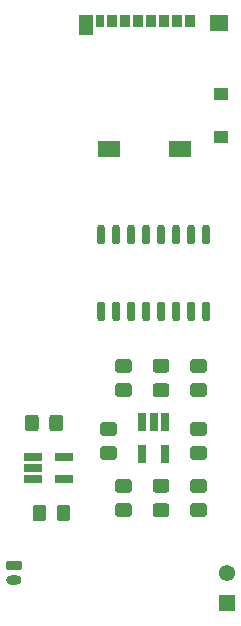
<source format=gbr>
G04 #@! TF.GenerationSoftware,KiCad,Pcbnew,(5.1.5)-3*
G04 #@! TF.CreationDate,2020-05-03T13:25:38+02:00*
G04 #@! TF.ProjectId,SPY_RECORDER-FBV010,5350595f-5245-4434-9f52-4445522d4642,v0.00*
G04 #@! TF.SameCoordinates,PX7d7a120PY7cfe0c0*
G04 #@! TF.FileFunction,Soldermask,Bot*
G04 #@! TF.FilePolarity,Negative*
%FSLAX46Y46*%
G04 Gerber Fmt 4.6, Leading zero omitted, Abs format (unit mm)*
G04 Created by KiCad (PCBNEW (5.1.5)-3) date 2020-05-03 13:25:38*
%MOMM*%
%LPD*%
G04 APERTURE LIST*
%ADD10O,1.300000X0.800000*%
%ADD11C,0.100000*%
%ADD12R,0.850000X1.100000*%
%ADD13R,0.750000X1.100000*%
%ADD14R,1.170000X1.800000*%
%ADD15R,1.550000X1.350000*%
%ADD16R,1.200000X1.000000*%
%ADD17R,1.900000X1.350000*%
%ADD18C,1.378000*%
%ADD19R,1.378000X1.378000*%
%ADD20R,1.560000X0.650000*%
%ADD21R,0.650000X1.560000*%
G04 APERTURE END LIST*
D10*
X2032000Y11069000D03*
D11*
G36*
X2501603Y12718037D02*
G01*
X2521018Y12715157D01*
X2540057Y12710388D01*
X2558537Y12703776D01*
X2576279Y12695384D01*
X2593114Y12685294D01*
X2608879Y12673602D01*
X2623421Y12660421D01*
X2636602Y12645879D01*
X2648294Y12630114D01*
X2658384Y12613279D01*
X2666776Y12595537D01*
X2673388Y12577057D01*
X2678157Y12558018D01*
X2681037Y12538603D01*
X2682000Y12519000D01*
X2682000Y12119000D01*
X2681037Y12099397D01*
X2678157Y12079982D01*
X2673388Y12060943D01*
X2666776Y12042463D01*
X2658384Y12024721D01*
X2648294Y12007886D01*
X2636602Y11992121D01*
X2623421Y11977579D01*
X2608879Y11964398D01*
X2593114Y11952706D01*
X2576279Y11942616D01*
X2558537Y11934224D01*
X2540057Y11927612D01*
X2521018Y11922843D01*
X2501603Y11919963D01*
X2482000Y11919000D01*
X1582000Y11919000D01*
X1562397Y11919963D01*
X1542982Y11922843D01*
X1523943Y11927612D01*
X1505463Y11934224D01*
X1487721Y11942616D01*
X1470886Y11952706D01*
X1455121Y11964398D01*
X1440579Y11977579D01*
X1427398Y11992121D01*
X1415706Y12007886D01*
X1405616Y12024721D01*
X1397224Y12042463D01*
X1390612Y12060943D01*
X1385843Y12079982D01*
X1382963Y12099397D01*
X1382000Y12119000D01*
X1382000Y12519000D01*
X1382963Y12538603D01*
X1385843Y12558018D01*
X1390612Y12577057D01*
X1397224Y12595537D01*
X1405616Y12613279D01*
X1415706Y12630114D01*
X1427398Y12645879D01*
X1440579Y12660421D01*
X1455121Y12673602D01*
X1470886Y12685294D01*
X1487721Y12695384D01*
X1505463Y12703776D01*
X1523943Y12710388D01*
X1542982Y12715157D01*
X1562397Y12718037D01*
X1582000Y12719000D01*
X2482000Y12719000D01*
X2501603Y12718037D01*
G37*
G36*
X3896505Y25082796D02*
G01*
X3920773Y25079196D01*
X3944572Y25073235D01*
X3967671Y25064970D01*
X3989850Y25054480D01*
X4010893Y25041868D01*
X4030599Y25027253D01*
X4048777Y25010777D01*
X4065253Y24992599D01*
X4079868Y24972893D01*
X4092480Y24951850D01*
X4102970Y24929671D01*
X4111235Y24906572D01*
X4117196Y24882773D01*
X4120796Y24858505D01*
X4122000Y24834001D01*
X4122000Y23933999D01*
X4120796Y23909495D01*
X4117196Y23885227D01*
X4111235Y23861428D01*
X4102970Y23838329D01*
X4092480Y23816150D01*
X4079868Y23795107D01*
X4065253Y23775401D01*
X4048777Y23757223D01*
X4030599Y23740747D01*
X4010893Y23726132D01*
X3989850Y23713520D01*
X3967671Y23703030D01*
X3944572Y23694765D01*
X3920773Y23688804D01*
X3896505Y23685204D01*
X3872001Y23684000D01*
X3221999Y23684000D01*
X3197495Y23685204D01*
X3173227Y23688804D01*
X3149428Y23694765D01*
X3126329Y23703030D01*
X3104150Y23713520D01*
X3083107Y23726132D01*
X3063401Y23740747D01*
X3045223Y23757223D01*
X3028747Y23775401D01*
X3014132Y23795107D01*
X3001520Y23816150D01*
X2991030Y23838329D01*
X2982765Y23861428D01*
X2976804Y23885227D01*
X2973204Y23909495D01*
X2972000Y23933999D01*
X2972000Y24834001D01*
X2973204Y24858505D01*
X2976804Y24882773D01*
X2982765Y24906572D01*
X2991030Y24929671D01*
X3001520Y24951850D01*
X3014132Y24972893D01*
X3028747Y24992599D01*
X3045223Y25010777D01*
X3063401Y25027253D01*
X3083107Y25041868D01*
X3104150Y25054480D01*
X3126329Y25064970D01*
X3149428Y25073235D01*
X3173227Y25079196D01*
X3197495Y25082796D01*
X3221999Y25084000D01*
X3872001Y25084000D01*
X3896505Y25082796D01*
G37*
G36*
X5946505Y25082796D02*
G01*
X5970773Y25079196D01*
X5994572Y25073235D01*
X6017671Y25064970D01*
X6039850Y25054480D01*
X6060893Y25041868D01*
X6080599Y25027253D01*
X6098777Y25010777D01*
X6115253Y24992599D01*
X6129868Y24972893D01*
X6142480Y24951850D01*
X6152970Y24929671D01*
X6161235Y24906572D01*
X6167196Y24882773D01*
X6170796Y24858505D01*
X6172000Y24834001D01*
X6172000Y23933999D01*
X6170796Y23909495D01*
X6167196Y23885227D01*
X6161235Y23861428D01*
X6152970Y23838329D01*
X6142480Y23816150D01*
X6129868Y23795107D01*
X6115253Y23775401D01*
X6098777Y23757223D01*
X6080599Y23740747D01*
X6060893Y23726132D01*
X6039850Y23713520D01*
X6017671Y23703030D01*
X5994572Y23694765D01*
X5970773Y23688804D01*
X5946505Y23685204D01*
X5922001Y23684000D01*
X5271999Y23684000D01*
X5247495Y23685204D01*
X5223227Y23688804D01*
X5199428Y23694765D01*
X5176329Y23703030D01*
X5154150Y23713520D01*
X5133107Y23726132D01*
X5113401Y23740747D01*
X5095223Y23757223D01*
X5078747Y23775401D01*
X5064132Y23795107D01*
X5051520Y23816150D01*
X5041030Y23838329D01*
X5032765Y23861428D01*
X5026804Y23885227D01*
X5023204Y23909495D01*
X5022000Y23933999D01*
X5022000Y24834001D01*
X5023204Y24858505D01*
X5026804Y24882773D01*
X5032765Y24906572D01*
X5041030Y24929671D01*
X5051520Y24951850D01*
X5064132Y24972893D01*
X5078747Y24992599D01*
X5095223Y25010777D01*
X5113401Y25027253D01*
X5133107Y25041868D01*
X5154150Y25054480D01*
X5176329Y25064970D01*
X5199428Y25073235D01*
X5223227Y25079196D01*
X5247495Y25082796D01*
X5271999Y25084000D01*
X5922001Y25084000D01*
X5946505Y25082796D01*
G37*
G36*
X4522505Y17462796D02*
G01*
X4546773Y17459196D01*
X4570572Y17453235D01*
X4593671Y17444970D01*
X4615850Y17434480D01*
X4636893Y17421868D01*
X4656599Y17407253D01*
X4674777Y17390777D01*
X4691253Y17372599D01*
X4705868Y17352893D01*
X4718480Y17331850D01*
X4728970Y17309671D01*
X4737235Y17286572D01*
X4743196Y17262773D01*
X4746796Y17238505D01*
X4748000Y17214001D01*
X4748000Y16313999D01*
X4746796Y16289495D01*
X4743196Y16265227D01*
X4737235Y16241428D01*
X4728970Y16218329D01*
X4718480Y16196150D01*
X4705868Y16175107D01*
X4691253Y16155401D01*
X4674777Y16137223D01*
X4656599Y16120747D01*
X4636893Y16106132D01*
X4615850Y16093520D01*
X4593671Y16083030D01*
X4570572Y16074765D01*
X4546773Y16068804D01*
X4522505Y16065204D01*
X4498001Y16064000D01*
X3847999Y16064000D01*
X3823495Y16065204D01*
X3799227Y16068804D01*
X3775428Y16074765D01*
X3752329Y16083030D01*
X3730150Y16093520D01*
X3709107Y16106132D01*
X3689401Y16120747D01*
X3671223Y16137223D01*
X3654747Y16155401D01*
X3640132Y16175107D01*
X3627520Y16196150D01*
X3617030Y16218329D01*
X3608765Y16241428D01*
X3602804Y16265227D01*
X3599204Y16289495D01*
X3598000Y16313999D01*
X3598000Y17214001D01*
X3599204Y17238505D01*
X3602804Y17262773D01*
X3608765Y17286572D01*
X3617030Y17309671D01*
X3627520Y17331850D01*
X3640132Y17352893D01*
X3654747Y17372599D01*
X3671223Y17390777D01*
X3689401Y17407253D01*
X3709107Y17421868D01*
X3730150Y17434480D01*
X3752329Y17444970D01*
X3775428Y17453235D01*
X3799227Y17459196D01*
X3823495Y17462796D01*
X3847999Y17464000D01*
X4498001Y17464000D01*
X4522505Y17462796D01*
G37*
G36*
X6572505Y17462796D02*
G01*
X6596773Y17459196D01*
X6620572Y17453235D01*
X6643671Y17444970D01*
X6665850Y17434480D01*
X6686893Y17421868D01*
X6706599Y17407253D01*
X6724777Y17390777D01*
X6741253Y17372599D01*
X6755868Y17352893D01*
X6768480Y17331850D01*
X6778970Y17309671D01*
X6787235Y17286572D01*
X6793196Y17262773D01*
X6796796Y17238505D01*
X6798000Y17214001D01*
X6798000Y16313999D01*
X6796796Y16289495D01*
X6793196Y16265227D01*
X6787235Y16241428D01*
X6778970Y16218329D01*
X6768480Y16196150D01*
X6755868Y16175107D01*
X6741253Y16155401D01*
X6724777Y16137223D01*
X6706599Y16120747D01*
X6686893Y16106132D01*
X6665850Y16093520D01*
X6643671Y16083030D01*
X6620572Y16074765D01*
X6596773Y16068804D01*
X6572505Y16065204D01*
X6548001Y16064000D01*
X5897999Y16064000D01*
X5873495Y16065204D01*
X5849227Y16068804D01*
X5825428Y16074765D01*
X5802329Y16083030D01*
X5780150Y16093520D01*
X5759107Y16106132D01*
X5739401Y16120747D01*
X5721223Y16137223D01*
X5704747Y16155401D01*
X5690132Y16175107D01*
X5677520Y16196150D01*
X5667030Y16218329D01*
X5658765Y16241428D01*
X5652804Y16265227D01*
X5649204Y16289495D01*
X5648000Y16313999D01*
X5648000Y17214001D01*
X5649204Y17238505D01*
X5652804Y17262773D01*
X5658765Y17286572D01*
X5667030Y17309671D01*
X5677520Y17331850D01*
X5690132Y17352893D01*
X5704747Y17372599D01*
X5721223Y17390777D01*
X5739401Y17407253D01*
X5759107Y17421868D01*
X5780150Y17434480D01*
X5802329Y17444970D01*
X5825428Y17453235D01*
X5849227Y17459196D01*
X5873495Y17462796D01*
X5897999Y17464000D01*
X6548001Y17464000D01*
X6572505Y17462796D01*
G37*
G36*
X14952505Y19632796D02*
G01*
X14976773Y19629196D01*
X15000572Y19623235D01*
X15023671Y19614970D01*
X15045850Y19604480D01*
X15066893Y19591868D01*
X15086599Y19577253D01*
X15104777Y19560777D01*
X15121253Y19542599D01*
X15135868Y19522893D01*
X15148480Y19501850D01*
X15158970Y19479671D01*
X15167235Y19456572D01*
X15173196Y19432773D01*
X15176796Y19408505D01*
X15178000Y19384001D01*
X15178000Y18733999D01*
X15176796Y18709495D01*
X15173196Y18685227D01*
X15167235Y18661428D01*
X15158970Y18638329D01*
X15148480Y18616150D01*
X15135868Y18595107D01*
X15121253Y18575401D01*
X15104777Y18557223D01*
X15086599Y18540747D01*
X15066893Y18526132D01*
X15045850Y18513520D01*
X15023671Y18503030D01*
X15000572Y18494765D01*
X14976773Y18488804D01*
X14952505Y18485204D01*
X14928001Y18484000D01*
X14027999Y18484000D01*
X14003495Y18485204D01*
X13979227Y18488804D01*
X13955428Y18494765D01*
X13932329Y18503030D01*
X13910150Y18513520D01*
X13889107Y18526132D01*
X13869401Y18540747D01*
X13851223Y18557223D01*
X13834747Y18575401D01*
X13820132Y18595107D01*
X13807520Y18616150D01*
X13797030Y18638329D01*
X13788765Y18661428D01*
X13782804Y18685227D01*
X13779204Y18709495D01*
X13778000Y18733999D01*
X13778000Y19384001D01*
X13779204Y19408505D01*
X13782804Y19432773D01*
X13788765Y19456572D01*
X13797030Y19479671D01*
X13807520Y19501850D01*
X13820132Y19522893D01*
X13834747Y19542599D01*
X13851223Y19560777D01*
X13869401Y19577253D01*
X13889107Y19591868D01*
X13910150Y19604480D01*
X13932329Y19614970D01*
X13955428Y19623235D01*
X13979227Y19629196D01*
X14003495Y19632796D01*
X14027999Y19634000D01*
X14928001Y19634000D01*
X14952505Y19632796D01*
G37*
G36*
X14952505Y17582796D02*
G01*
X14976773Y17579196D01*
X15000572Y17573235D01*
X15023671Y17564970D01*
X15045850Y17554480D01*
X15066893Y17541868D01*
X15086599Y17527253D01*
X15104777Y17510777D01*
X15121253Y17492599D01*
X15135868Y17472893D01*
X15148480Y17451850D01*
X15158970Y17429671D01*
X15167235Y17406572D01*
X15173196Y17382773D01*
X15176796Y17358505D01*
X15178000Y17334001D01*
X15178000Y16683999D01*
X15176796Y16659495D01*
X15173196Y16635227D01*
X15167235Y16611428D01*
X15158970Y16588329D01*
X15148480Y16566150D01*
X15135868Y16545107D01*
X15121253Y16525401D01*
X15104777Y16507223D01*
X15086599Y16490747D01*
X15066893Y16476132D01*
X15045850Y16463520D01*
X15023671Y16453030D01*
X15000572Y16444765D01*
X14976773Y16438804D01*
X14952505Y16435204D01*
X14928001Y16434000D01*
X14027999Y16434000D01*
X14003495Y16435204D01*
X13979227Y16438804D01*
X13955428Y16444765D01*
X13932329Y16453030D01*
X13910150Y16463520D01*
X13889107Y16476132D01*
X13869401Y16490747D01*
X13851223Y16507223D01*
X13834747Y16525401D01*
X13820132Y16545107D01*
X13807520Y16566150D01*
X13797030Y16588329D01*
X13788765Y16611428D01*
X13782804Y16635227D01*
X13779204Y16659495D01*
X13778000Y16683999D01*
X13778000Y17334001D01*
X13779204Y17358505D01*
X13782804Y17382773D01*
X13788765Y17406572D01*
X13797030Y17429671D01*
X13807520Y17451850D01*
X13820132Y17472893D01*
X13834747Y17492599D01*
X13851223Y17510777D01*
X13869401Y17527253D01*
X13889107Y17541868D01*
X13910150Y17554480D01*
X13932329Y17564970D01*
X13955428Y17573235D01*
X13979227Y17579196D01*
X14003495Y17582796D01*
X14027999Y17584000D01*
X14928001Y17584000D01*
X14952505Y17582796D01*
G37*
G36*
X11777505Y27742796D02*
G01*
X11801773Y27739196D01*
X11825572Y27733235D01*
X11848671Y27724970D01*
X11870850Y27714480D01*
X11891893Y27701868D01*
X11911599Y27687253D01*
X11929777Y27670777D01*
X11946253Y27652599D01*
X11960868Y27632893D01*
X11973480Y27611850D01*
X11983970Y27589671D01*
X11992235Y27566572D01*
X11998196Y27542773D01*
X12001796Y27518505D01*
X12003000Y27494001D01*
X12003000Y26843999D01*
X12001796Y26819495D01*
X11998196Y26795227D01*
X11992235Y26771428D01*
X11983970Y26748329D01*
X11973480Y26726150D01*
X11960868Y26705107D01*
X11946253Y26685401D01*
X11929777Y26667223D01*
X11911599Y26650747D01*
X11891893Y26636132D01*
X11870850Y26623520D01*
X11848671Y26613030D01*
X11825572Y26604765D01*
X11801773Y26598804D01*
X11777505Y26595204D01*
X11753001Y26594000D01*
X10852999Y26594000D01*
X10828495Y26595204D01*
X10804227Y26598804D01*
X10780428Y26604765D01*
X10757329Y26613030D01*
X10735150Y26623520D01*
X10714107Y26636132D01*
X10694401Y26650747D01*
X10676223Y26667223D01*
X10659747Y26685401D01*
X10645132Y26705107D01*
X10632520Y26726150D01*
X10622030Y26748329D01*
X10613765Y26771428D01*
X10607804Y26795227D01*
X10604204Y26819495D01*
X10603000Y26843999D01*
X10603000Y27494001D01*
X10604204Y27518505D01*
X10607804Y27542773D01*
X10613765Y27566572D01*
X10622030Y27589671D01*
X10632520Y27611850D01*
X10645132Y27632893D01*
X10659747Y27652599D01*
X10676223Y27670777D01*
X10694401Y27687253D01*
X10714107Y27701868D01*
X10735150Y27714480D01*
X10757329Y27724970D01*
X10780428Y27733235D01*
X10804227Y27739196D01*
X10828495Y27742796D01*
X10852999Y27744000D01*
X11753001Y27744000D01*
X11777505Y27742796D01*
G37*
G36*
X11777505Y29792796D02*
G01*
X11801773Y29789196D01*
X11825572Y29783235D01*
X11848671Y29774970D01*
X11870850Y29764480D01*
X11891893Y29751868D01*
X11911599Y29737253D01*
X11929777Y29720777D01*
X11946253Y29702599D01*
X11960868Y29682893D01*
X11973480Y29661850D01*
X11983970Y29639671D01*
X11992235Y29616572D01*
X11998196Y29592773D01*
X12001796Y29568505D01*
X12003000Y29544001D01*
X12003000Y28893999D01*
X12001796Y28869495D01*
X11998196Y28845227D01*
X11992235Y28821428D01*
X11983970Y28798329D01*
X11973480Y28776150D01*
X11960868Y28755107D01*
X11946253Y28735401D01*
X11929777Y28717223D01*
X11911599Y28700747D01*
X11891893Y28686132D01*
X11870850Y28673520D01*
X11848671Y28663030D01*
X11825572Y28654765D01*
X11801773Y28648804D01*
X11777505Y28645204D01*
X11753001Y28644000D01*
X10852999Y28644000D01*
X10828495Y28645204D01*
X10804227Y28648804D01*
X10780428Y28654765D01*
X10757329Y28663030D01*
X10735150Y28673520D01*
X10714107Y28686132D01*
X10694401Y28700747D01*
X10676223Y28717223D01*
X10659747Y28735401D01*
X10645132Y28755107D01*
X10632520Y28776150D01*
X10622030Y28798329D01*
X10613765Y28821428D01*
X10607804Y28845227D01*
X10604204Y28869495D01*
X10603000Y28893999D01*
X10603000Y29544001D01*
X10604204Y29568505D01*
X10607804Y29592773D01*
X10613765Y29616572D01*
X10622030Y29639671D01*
X10632520Y29661850D01*
X10645132Y29682893D01*
X10659747Y29702599D01*
X10676223Y29720777D01*
X10694401Y29737253D01*
X10714107Y29751868D01*
X10735150Y29764480D01*
X10757329Y29774970D01*
X10780428Y29783235D01*
X10804227Y29789196D01*
X10828495Y29792796D01*
X10852999Y29794000D01*
X11753001Y29794000D01*
X11777505Y29792796D01*
G37*
G36*
X10507505Y24458796D02*
G01*
X10531773Y24455196D01*
X10555572Y24449235D01*
X10578671Y24440970D01*
X10600850Y24430480D01*
X10621893Y24417868D01*
X10641599Y24403253D01*
X10659777Y24386777D01*
X10676253Y24368599D01*
X10690868Y24348893D01*
X10703480Y24327850D01*
X10713970Y24305671D01*
X10722235Y24282572D01*
X10728196Y24258773D01*
X10731796Y24234505D01*
X10733000Y24210001D01*
X10733000Y23559999D01*
X10731796Y23535495D01*
X10728196Y23511227D01*
X10722235Y23487428D01*
X10713970Y23464329D01*
X10703480Y23442150D01*
X10690868Y23421107D01*
X10676253Y23401401D01*
X10659777Y23383223D01*
X10641599Y23366747D01*
X10621893Y23352132D01*
X10600850Y23339520D01*
X10578671Y23329030D01*
X10555572Y23320765D01*
X10531773Y23314804D01*
X10507505Y23311204D01*
X10483001Y23310000D01*
X9582999Y23310000D01*
X9558495Y23311204D01*
X9534227Y23314804D01*
X9510428Y23320765D01*
X9487329Y23329030D01*
X9465150Y23339520D01*
X9444107Y23352132D01*
X9424401Y23366747D01*
X9406223Y23383223D01*
X9389747Y23401401D01*
X9375132Y23421107D01*
X9362520Y23442150D01*
X9352030Y23464329D01*
X9343765Y23487428D01*
X9337804Y23511227D01*
X9334204Y23535495D01*
X9333000Y23559999D01*
X9333000Y24210001D01*
X9334204Y24234505D01*
X9337804Y24258773D01*
X9343765Y24282572D01*
X9352030Y24305671D01*
X9362520Y24327850D01*
X9375132Y24348893D01*
X9389747Y24368599D01*
X9406223Y24386777D01*
X9424401Y24403253D01*
X9444107Y24417868D01*
X9465150Y24430480D01*
X9487329Y24440970D01*
X9510428Y24449235D01*
X9534227Y24455196D01*
X9558495Y24458796D01*
X9582999Y24460000D01*
X10483001Y24460000D01*
X10507505Y24458796D01*
G37*
G36*
X10507505Y22408796D02*
G01*
X10531773Y22405196D01*
X10555572Y22399235D01*
X10578671Y22390970D01*
X10600850Y22380480D01*
X10621893Y22367868D01*
X10641599Y22353253D01*
X10659777Y22336777D01*
X10676253Y22318599D01*
X10690868Y22298893D01*
X10703480Y22277850D01*
X10713970Y22255671D01*
X10722235Y22232572D01*
X10728196Y22208773D01*
X10731796Y22184505D01*
X10733000Y22160001D01*
X10733000Y21509999D01*
X10731796Y21485495D01*
X10728196Y21461227D01*
X10722235Y21437428D01*
X10713970Y21414329D01*
X10703480Y21392150D01*
X10690868Y21371107D01*
X10676253Y21351401D01*
X10659777Y21333223D01*
X10641599Y21316747D01*
X10621893Y21302132D01*
X10600850Y21289520D01*
X10578671Y21279030D01*
X10555572Y21270765D01*
X10531773Y21264804D01*
X10507505Y21261204D01*
X10483001Y21260000D01*
X9582999Y21260000D01*
X9558495Y21261204D01*
X9534227Y21264804D01*
X9510428Y21270765D01*
X9487329Y21279030D01*
X9465150Y21289520D01*
X9444107Y21302132D01*
X9424401Y21316747D01*
X9406223Y21333223D01*
X9389747Y21351401D01*
X9375132Y21371107D01*
X9362520Y21392150D01*
X9352030Y21414329D01*
X9343765Y21437428D01*
X9337804Y21461227D01*
X9334204Y21485495D01*
X9333000Y21509999D01*
X9333000Y22160001D01*
X9334204Y22184505D01*
X9337804Y22208773D01*
X9343765Y22232572D01*
X9352030Y22255671D01*
X9362520Y22277850D01*
X9375132Y22298893D01*
X9389747Y22318599D01*
X9406223Y22336777D01*
X9424401Y22353253D01*
X9444107Y22367868D01*
X9465150Y22380480D01*
X9487329Y22390970D01*
X9510428Y22399235D01*
X9534227Y22405196D01*
X9558495Y22408796D01*
X9582999Y22410000D01*
X10483001Y22410000D01*
X10507505Y22408796D01*
G37*
D12*
X16948000Y58409000D03*
D13*
X9298000Y58409000D03*
D12*
X15848000Y58409000D03*
X14748000Y58409000D03*
X13648000Y58409000D03*
X12548000Y58409000D03*
X11448000Y58409000D03*
X10348000Y58409000D03*
D14*
X8088000Y58059000D03*
D15*
X19408000Y58284000D03*
D16*
X19583000Y48559000D03*
X19583000Y52259000D03*
D17*
X16083000Y47584000D03*
X10113000Y47584000D03*
D18*
X20098000Y11684000D03*
D19*
X20098000Y9144000D03*
D11*
G36*
X11777505Y19632796D02*
G01*
X11801773Y19629196D01*
X11825572Y19623235D01*
X11848671Y19614970D01*
X11870850Y19604480D01*
X11891893Y19591868D01*
X11911599Y19577253D01*
X11929777Y19560777D01*
X11946253Y19542599D01*
X11960868Y19522893D01*
X11973480Y19501850D01*
X11983970Y19479671D01*
X11992235Y19456572D01*
X11998196Y19432773D01*
X12001796Y19408505D01*
X12003000Y19384001D01*
X12003000Y18733999D01*
X12001796Y18709495D01*
X11998196Y18685227D01*
X11992235Y18661428D01*
X11983970Y18638329D01*
X11973480Y18616150D01*
X11960868Y18595107D01*
X11946253Y18575401D01*
X11929777Y18557223D01*
X11911599Y18540747D01*
X11891893Y18526132D01*
X11870850Y18513520D01*
X11848671Y18503030D01*
X11825572Y18494765D01*
X11801773Y18488804D01*
X11777505Y18485204D01*
X11753001Y18484000D01*
X10852999Y18484000D01*
X10828495Y18485204D01*
X10804227Y18488804D01*
X10780428Y18494765D01*
X10757329Y18503030D01*
X10735150Y18513520D01*
X10714107Y18526132D01*
X10694401Y18540747D01*
X10676223Y18557223D01*
X10659747Y18575401D01*
X10645132Y18595107D01*
X10632520Y18616150D01*
X10622030Y18638329D01*
X10613765Y18661428D01*
X10607804Y18685227D01*
X10604204Y18709495D01*
X10603000Y18733999D01*
X10603000Y19384001D01*
X10604204Y19408505D01*
X10607804Y19432773D01*
X10613765Y19456572D01*
X10622030Y19479671D01*
X10632520Y19501850D01*
X10645132Y19522893D01*
X10659747Y19542599D01*
X10676223Y19560777D01*
X10694401Y19577253D01*
X10714107Y19591868D01*
X10735150Y19604480D01*
X10757329Y19614970D01*
X10780428Y19623235D01*
X10804227Y19629196D01*
X10828495Y19632796D01*
X10852999Y19634000D01*
X11753001Y19634000D01*
X11777505Y19632796D01*
G37*
G36*
X11777505Y17582796D02*
G01*
X11801773Y17579196D01*
X11825572Y17573235D01*
X11848671Y17564970D01*
X11870850Y17554480D01*
X11891893Y17541868D01*
X11911599Y17527253D01*
X11929777Y17510777D01*
X11946253Y17492599D01*
X11960868Y17472893D01*
X11973480Y17451850D01*
X11983970Y17429671D01*
X11992235Y17406572D01*
X11998196Y17382773D01*
X12001796Y17358505D01*
X12003000Y17334001D01*
X12003000Y16683999D01*
X12001796Y16659495D01*
X11998196Y16635227D01*
X11992235Y16611428D01*
X11983970Y16588329D01*
X11973480Y16566150D01*
X11960868Y16545107D01*
X11946253Y16525401D01*
X11929777Y16507223D01*
X11911599Y16490747D01*
X11891893Y16476132D01*
X11870850Y16463520D01*
X11848671Y16453030D01*
X11825572Y16444765D01*
X11801773Y16438804D01*
X11777505Y16435204D01*
X11753001Y16434000D01*
X10852999Y16434000D01*
X10828495Y16435204D01*
X10804227Y16438804D01*
X10780428Y16444765D01*
X10757329Y16453030D01*
X10735150Y16463520D01*
X10714107Y16476132D01*
X10694401Y16490747D01*
X10676223Y16507223D01*
X10659747Y16525401D01*
X10645132Y16545107D01*
X10632520Y16566150D01*
X10622030Y16588329D01*
X10613765Y16611428D01*
X10607804Y16635227D01*
X10604204Y16659495D01*
X10603000Y16683999D01*
X10603000Y17334001D01*
X10604204Y17358505D01*
X10607804Y17382773D01*
X10613765Y17406572D01*
X10622030Y17429671D01*
X10632520Y17451850D01*
X10645132Y17472893D01*
X10659747Y17492599D01*
X10676223Y17510777D01*
X10694401Y17527253D01*
X10714107Y17541868D01*
X10735150Y17554480D01*
X10757329Y17564970D01*
X10780428Y17573235D01*
X10804227Y17579196D01*
X10828495Y17582796D01*
X10852999Y17584000D01*
X11753001Y17584000D01*
X11777505Y17582796D01*
G37*
G36*
X18127505Y17582796D02*
G01*
X18151773Y17579196D01*
X18175572Y17573235D01*
X18198671Y17564970D01*
X18220850Y17554480D01*
X18241893Y17541868D01*
X18261599Y17527253D01*
X18279777Y17510777D01*
X18296253Y17492599D01*
X18310868Y17472893D01*
X18323480Y17451850D01*
X18333970Y17429671D01*
X18342235Y17406572D01*
X18348196Y17382773D01*
X18351796Y17358505D01*
X18353000Y17334001D01*
X18353000Y16683999D01*
X18351796Y16659495D01*
X18348196Y16635227D01*
X18342235Y16611428D01*
X18333970Y16588329D01*
X18323480Y16566150D01*
X18310868Y16545107D01*
X18296253Y16525401D01*
X18279777Y16507223D01*
X18261599Y16490747D01*
X18241893Y16476132D01*
X18220850Y16463520D01*
X18198671Y16453030D01*
X18175572Y16444765D01*
X18151773Y16438804D01*
X18127505Y16435204D01*
X18103001Y16434000D01*
X17202999Y16434000D01*
X17178495Y16435204D01*
X17154227Y16438804D01*
X17130428Y16444765D01*
X17107329Y16453030D01*
X17085150Y16463520D01*
X17064107Y16476132D01*
X17044401Y16490747D01*
X17026223Y16507223D01*
X17009747Y16525401D01*
X16995132Y16545107D01*
X16982520Y16566150D01*
X16972030Y16588329D01*
X16963765Y16611428D01*
X16957804Y16635227D01*
X16954204Y16659495D01*
X16953000Y16683999D01*
X16953000Y17334001D01*
X16954204Y17358505D01*
X16957804Y17382773D01*
X16963765Y17406572D01*
X16972030Y17429671D01*
X16982520Y17451850D01*
X16995132Y17472893D01*
X17009747Y17492599D01*
X17026223Y17510777D01*
X17044401Y17527253D01*
X17064107Y17541868D01*
X17085150Y17554480D01*
X17107329Y17564970D01*
X17130428Y17573235D01*
X17154227Y17579196D01*
X17178495Y17582796D01*
X17202999Y17584000D01*
X18103001Y17584000D01*
X18127505Y17582796D01*
G37*
G36*
X18127505Y19632796D02*
G01*
X18151773Y19629196D01*
X18175572Y19623235D01*
X18198671Y19614970D01*
X18220850Y19604480D01*
X18241893Y19591868D01*
X18261599Y19577253D01*
X18279777Y19560777D01*
X18296253Y19542599D01*
X18310868Y19522893D01*
X18323480Y19501850D01*
X18333970Y19479671D01*
X18342235Y19456572D01*
X18348196Y19432773D01*
X18351796Y19408505D01*
X18353000Y19384001D01*
X18353000Y18733999D01*
X18351796Y18709495D01*
X18348196Y18685227D01*
X18342235Y18661428D01*
X18333970Y18638329D01*
X18323480Y18616150D01*
X18310868Y18595107D01*
X18296253Y18575401D01*
X18279777Y18557223D01*
X18261599Y18540747D01*
X18241893Y18526132D01*
X18220850Y18513520D01*
X18198671Y18503030D01*
X18175572Y18494765D01*
X18151773Y18488804D01*
X18127505Y18485204D01*
X18103001Y18484000D01*
X17202999Y18484000D01*
X17178495Y18485204D01*
X17154227Y18488804D01*
X17130428Y18494765D01*
X17107329Y18503030D01*
X17085150Y18513520D01*
X17064107Y18526132D01*
X17044401Y18540747D01*
X17026223Y18557223D01*
X17009747Y18575401D01*
X16995132Y18595107D01*
X16982520Y18616150D01*
X16972030Y18638329D01*
X16963765Y18661428D01*
X16957804Y18685227D01*
X16954204Y18709495D01*
X16953000Y18733999D01*
X16953000Y19384001D01*
X16954204Y19408505D01*
X16957804Y19432773D01*
X16963765Y19456572D01*
X16972030Y19479671D01*
X16982520Y19501850D01*
X16995132Y19522893D01*
X17009747Y19542599D01*
X17026223Y19560777D01*
X17044401Y19577253D01*
X17064107Y19591868D01*
X17085150Y19604480D01*
X17107329Y19614970D01*
X17130428Y19623235D01*
X17154227Y19629196D01*
X17178495Y19632796D01*
X17202999Y19634000D01*
X18103001Y19634000D01*
X18127505Y19632796D01*
G37*
G36*
X18127505Y29792796D02*
G01*
X18151773Y29789196D01*
X18175572Y29783235D01*
X18198671Y29774970D01*
X18220850Y29764480D01*
X18241893Y29751868D01*
X18261599Y29737253D01*
X18279777Y29720777D01*
X18296253Y29702599D01*
X18310868Y29682893D01*
X18323480Y29661850D01*
X18333970Y29639671D01*
X18342235Y29616572D01*
X18348196Y29592773D01*
X18351796Y29568505D01*
X18353000Y29544001D01*
X18353000Y28893999D01*
X18351796Y28869495D01*
X18348196Y28845227D01*
X18342235Y28821428D01*
X18333970Y28798329D01*
X18323480Y28776150D01*
X18310868Y28755107D01*
X18296253Y28735401D01*
X18279777Y28717223D01*
X18261599Y28700747D01*
X18241893Y28686132D01*
X18220850Y28673520D01*
X18198671Y28663030D01*
X18175572Y28654765D01*
X18151773Y28648804D01*
X18127505Y28645204D01*
X18103001Y28644000D01*
X17202999Y28644000D01*
X17178495Y28645204D01*
X17154227Y28648804D01*
X17130428Y28654765D01*
X17107329Y28663030D01*
X17085150Y28673520D01*
X17064107Y28686132D01*
X17044401Y28700747D01*
X17026223Y28717223D01*
X17009747Y28735401D01*
X16995132Y28755107D01*
X16982520Y28776150D01*
X16972030Y28798329D01*
X16963765Y28821428D01*
X16957804Y28845227D01*
X16954204Y28869495D01*
X16953000Y28893999D01*
X16953000Y29544001D01*
X16954204Y29568505D01*
X16957804Y29592773D01*
X16963765Y29616572D01*
X16972030Y29639671D01*
X16982520Y29661850D01*
X16995132Y29682893D01*
X17009747Y29702599D01*
X17026223Y29720777D01*
X17044401Y29737253D01*
X17064107Y29751868D01*
X17085150Y29764480D01*
X17107329Y29774970D01*
X17130428Y29783235D01*
X17154227Y29789196D01*
X17178495Y29792796D01*
X17202999Y29794000D01*
X18103001Y29794000D01*
X18127505Y29792796D01*
G37*
G36*
X18127505Y27742796D02*
G01*
X18151773Y27739196D01*
X18175572Y27733235D01*
X18198671Y27724970D01*
X18220850Y27714480D01*
X18241893Y27701868D01*
X18261599Y27687253D01*
X18279777Y27670777D01*
X18296253Y27652599D01*
X18310868Y27632893D01*
X18323480Y27611850D01*
X18333970Y27589671D01*
X18342235Y27566572D01*
X18348196Y27542773D01*
X18351796Y27518505D01*
X18353000Y27494001D01*
X18353000Y26843999D01*
X18351796Y26819495D01*
X18348196Y26795227D01*
X18342235Y26771428D01*
X18333970Y26748329D01*
X18323480Y26726150D01*
X18310868Y26705107D01*
X18296253Y26685401D01*
X18279777Y26667223D01*
X18261599Y26650747D01*
X18241893Y26636132D01*
X18220850Y26623520D01*
X18198671Y26613030D01*
X18175572Y26604765D01*
X18151773Y26598804D01*
X18127505Y26595204D01*
X18103001Y26594000D01*
X17202999Y26594000D01*
X17178495Y26595204D01*
X17154227Y26598804D01*
X17130428Y26604765D01*
X17107329Y26613030D01*
X17085150Y26623520D01*
X17064107Y26636132D01*
X17044401Y26650747D01*
X17026223Y26667223D01*
X17009747Y26685401D01*
X16995132Y26705107D01*
X16982520Y26726150D01*
X16972030Y26748329D01*
X16963765Y26771428D01*
X16957804Y26795227D01*
X16954204Y26819495D01*
X16953000Y26843999D01*
X16953000Y27494001D01*
X16954204Y27518505D01*
X16957804Y27542773D01*
X16963765Y27566572D01*
X16972030Y27589671D01*
X16982520Y27611850D01*
X16995132Y27632893D01*
X17009747Y27652599D01*
X17026223Y27670777D01*
X17044401Y27687253D01*
X17064107Y27701868D01*
X17085150Y27714480D01*
X17107329Y27724970D01*
X17130428Y27733235D01*
X17154227Y27739196D01*
X17178495Y27742796D01*
X17202999Y27744000D01*
X18103001Y27744000D01*
X18127505Y27742796D01*
G37*
G36*
X14952505Y29792796D02*
G01*
X14976773Y29789196D01*
X15000572Y29783235D01*
X15023671Y29774970D01*
X15045850Y29764480D01*
X15066893Y29751868D01*
X15086599Y29737253D01*
X15104777Y29720777D01*
X15121253Y29702599D01*
X15135868Y29682893D01*
X15148480Y29661850D01*
X15158970Y29639671D01*
X15167235Y29616572D01*
X15173196Y29592773D01*
X15176796Y29568505D01*
X15178000Y29544001D01*
X15178000Y28893999D01*
X15176796Y28869495D01*
X15173196Y28845227D01*
X15167235Y28821428D01*
X15158970Y28798329D01*
X15148480Y28776150D01*
X15135868Y28755107D01*
X15121253Y28735401D01*
X15104777Y28717223D01*
X15086599Y28700747D01*
X15066893Y28686132D01*
X15045850Y28673520D01*
X15023671Y28663030D01*
X15000572Y28654765D01*
X14976773Y28648804D01*
X14952505Y28645204D01*
X14928001Y28644000D01*
X14027999Y28644000D01*
X14003495Y28645204D01*
X13979227Y28648804D01*
X13955428Y28654765D01*
X13932329Y28663030D01*
X13910150Y28673520D01*
X13889107Y28686132D01*
X13869401Y28700747D01*
X13851223Y28717223D01*
X13834747Y28735401D01*
X13820132Y28755107D01*
X13807520Y28776150D01*
X13797030Y28798329D01*
X13788765Y28821428D01*
X13782804Y28845227D01*
X13779204Y28869495D01*
X13778000Y28893999D01*
X13778000Y29544001D01*
X13779204Y29568505D01*
X13782804Y29592773D01*
X13788765Y29616572D01*
X13797030Y29639671D01*
X13807520Y29661850D01*
X13820132Y29682893D01*
X13834747Y29702599D01*
X13851223Y29720777D01*
X13869401Y29737253D01*
X13889107Y29751868D01*
X13910150Y29764480D01*
X13932329Y29774970D01*
X13955428Y29783235D01*
X13979227Y29789196D01*
X14003495Y29792796D01*
X14027999Y29794000D01*
X14928001Y29794000D01*
X14952505Y29792796D01*
G37*
G36*
X14952505Y27742796D02*
G01*
X14976773Y27739196D01*
X15000572Y27733235D01*
X15023671Y27724970D01*
X15045850Y27714480D01*
X15066893Y27701868D01*
X15086599Y27687253D01*
X15104777Y27670777D01*
X15121253Y27652599D01*
X15135868Y27632893D01*
X15148480Y27611850D01*
X15158970Y27589671D01*
X15167235Y27566572D01*
X15173196Y27542773D01*
X15176796Y27518505D01*
X15178000Y27494001D01*
X15178000Y26843999D01*
X15176796Y26819495D01*
X15173196Y26795227D01*
X15167235Y26771428D01*
X15158970Y26748329D01*
X15148480Y26726150D01*
X15135868Y26705107D01*
X15121253Y26685401D01*
X15104777Y26667223D01*
X15086599Y26650747D01*
X15066893Y26636132D01*
X15045850Y26623520D01*
X15023671Y26613030D01*
X15000572Y26604765D01*
X14976773Y26598804D01*
X14952505Y26595204D01*
X14928001Y26594000D01*
X14027999Y26594000D01*
X14003495Y26595204D01*
X13979227Y26598804D01*
X13955428Y26604765D01*
X13932329Y26613030D01*
X13910150Y26623520D01*
X13889107Y26636132D01*
X13869401Y26650747D01*
X13851223Y26667223D01*
X13834747Y26685401D01*
X13820132Y26705107D01*
X13807520Y26726150D01*
X13797030Y26748329D01*
X13788765Y26771428D01*
X13782804Y26795227D01*
X13779204Y26819495D01*
X13778000Y26843999D01*
X13778000Y27494001D01*
X13779204Y27518505D01*
X13782804Y27542773D01*
X13788765Y27566572D01*
X13797030Y27589671D01*
X13807520Y27611850D01*
X13820132Y27632893D01*
X13834747Y27652599D01*
X13851223Y27670777D01*
X13869401Y27687253D01*
X13889107Y27701868D01*
X13910150Y27714480D01*
X13932329Y27724970D01*
X13955428Y27733235D01*
X13979227Y27739196D01*
X14003495Y27742796D01*
X14027999Y27744000D01*
X14928001Y27744000D01*
X14952505Y27742796D01*
G37*
G36*
X18127505Y24458796D02*
G01*
X18151773Y24455196D01*
X18175572Y24449235D01*
X18198671Y24440970D01*
X18220850Y24430480D01*
X18241893Y24417868D01*
X18261599Y24403253D01*
X18279777Y24386777D01*
X18296253Y24368599D01*
X18310868Y24348893D01*
X18323480Y24327850D01*
X18333970Y24305671D01*
X18342235Y24282572D01*
X18348196Y24258773D01*
X18351796Y24234505D01*
X18353000Y24210001D01*
X18353000Y23559999D01*
X18351796Y23535495D01*
X18348196Y23511227D01*
X18342235Y23487428D01*
X18333970Y23464329D01*
X18323480Y23442150D01*
X18310868Y23421107D01*
X18296253Y23401401D01*
X18279777Y23383223D01*
X18261599Y23366747D01*
X18241893Y23352132D01*
X18220850Y23339520D01*
X18198671Y23329030D01*
X18175572Y23320765D01*
X18151773Y23314804D01*
X18127505Y23311204D01*
X18103001Y23310000D01*
X17202999Y23310000D01*
X17178495Y23311204D01*
X17154227Y23314804D01*
X17130428Y23320765D01*
X17107329Y23329030D01*
X17085150Y23339520D01*
X17064107Y23352132D01*
X17044401Y23366747D01*
X17026223Y23383223D01*
X17009747Y23401401D01*
X16995132Y23421107D01*
X16982520Y23442150D01*
X16972030Y23464329D01*
X16963765Y23487428D01*
X16957804Y23511227D01*
X16954204Y23535495D01*
X16953000Y23559999D01*
X16953000Y24210001D01*
X16954204Y24234505D01*
X16957804Y24258773D01*
X16963765Y24282572D01*
X16972030Y24305671D01*
X16982520Y24327850D01*
X16995132Y24348893D01*
X17009747Y24368599D01*
X17026223Y24386777D01*
X17044401Y24403253D01*
X17064107Y24417868D01*
X17085150Y24430480D01*
X17107329Y24440970D01*
X17130428Y24449235D01*
X17154227Y24455196D01*
X17178495Y24458796D01*
X17202999Y24460000D01*
X18103001Y24460000D01*
X18127505Y24458796D01*
G37*
G36*
X18127505Y22408796D02*
G01*
X18151773Y22405196D01*
X18175572Y22399235D01*
X18198671Y22390970D01*
X18220850Y22380480D01*
X18241893Y22367868D01*
X18261599Y22353253D01*
X18279777Y22336777D01*
X18296253Y22318599D01*
X18310868Y22298893D01*
X18323480Y22277850D01*
X18333970Y22255671D01*
X18342235Y22232572D01*
X18348196Y22208773D01*
X18351796Y22184505D01*
X18353000Y22160001D01*
X18353000Y21509999D01*
X18351796Y21485495D01*
X18348196Y21461227D01*
X18342235Y21437428D01*
X18333970Y21414329D01*
X18323480Y21392150D01*
X18310868Y21371107D01*
X18296253Y21351401D01*
X18279777Y21333223D01*
X18261599Y21316747D01*
X18241893Y21302132D01*
X18220850Y21289520D01*
X18198671Y21279030D01*
X18175572Y21270765D01*
X18151773Y21264804D01*
X18127505Y21261204D01*
X18103001Y21260000D01*
X17202999Y21260000D01*
X17178495Y21261204D01*
X17154227Y21264804D01*
X17130428Y21270765D01*
X17107329Y21279030D01*
X17085150Y21289520D01*
X17064107Y21302132D01*
X17044401Y21316747D01*
X17026223Y21333223D01*
X17009747Y21351401D01*
X16995132Y21371107D01*
X16982520Y21392150D01*
X16972030Y21414329D01*
X16963765Y21437428D01*
X16957804Y21461227D01*
X16954204Y21485495D01*
X16953000Y21509999D01*
X16953000Y22160001D01*
X16954204Y22184505D01*
X16957804Y22208773D01*
X16963765Y22232572D01*
X16972030Y22255671D01*
X16982520Y22277850D01*
X16995132Y22298893D01*
X17009747Y22318599D01*
X17026223Y22336777D01*
X17044401Y22353253D01*
X17064107Y22367868D01*
X17085150Y22380480D01*
X17107329Y22390970D01*
X17130428Y22399235D01*
X17154227Y22405196D01*
X17178495Y22408796D01*
X17202999Y22410000D01*
X18103001Y22410000D01*
X18127505Y22408796D01*
G37*
D20*
X6303000Y19624000D03*
X6303000Y21524000D03*
X3603000Y21524000D03*
X3603000Y20574000D03*
X3603000Y19624000D03*
D21*
X12893000Y24464000D03*
X13843000Y24464000D03*
X14793000Y24464000D03*
X14793000Y21764000D03*
X12893000Y21764000D03*
D11*
G36*
X9562703Y41133278D02*
G01*
X9577264Y41131118D01*
X9591543Y41127541D01*
X9605403Y41122582D01*
X9618710Y41116288D01*
X9631336Y41108720D01*
X9643159Y41099952D01*
X9654066Y41090066D01*
X9663952Y41079159D01*
X9672720Y41067336D01*
X9680288Y41054710D01*
X9686582Y41041403D01*
X9691541Y41027543D01*
X9695118Y41013264D01*
X9697278Y40998703D01*
X9698000Y40984000D01*
X9698000Y39684000D01*
X9697278Y39669297D01*
X9695118Y39654736D01*
X9691541Y39640457D01*
X9686582Y39626597D01*
X9680288Y39613290D01*
X9672720Y39600664D01*
X9663952Y39588841D01*
X9654066Y39577934D01*
X9643159Y39568048D01*
X9631336Y39559280D01*
X9618710Y39551712D01*
X9605403Y39545418D01*
X9591543Y39540459D01*
X9577264Y39536882D01*
X9562703Y39534722D01*
X9548000Y39534000D01*
X9248000Y39534000D01*
X9233297Y39534722D01*
X9218736Y39536882D01*
X9204457Y39540459D01*
X9190597Y39545418D01*
X9177290Y39551712D01*
X9164664Y39559280D01*
X9152841Y39568048D01*
X9141934Y39577934D01*
X9132048Y39588841D01*
X9123280Y39600664D01*
X9115712Y39613290D01*
X9109418Y39626597D01*
X9104459Y39640457D01*
X9100882Y39654736D01*
X9098722Y39669297D01*
X9098000Y39684000D01*
X9098000Y40984000D01*
X9098722Y40998703D01*
X9100882Y41013264D01*
X9104459Y41027543D01*
X9109418Y41041403D01*
X9115712Y41054710D01*
X9123280Y41067336D01*
X9132048Y41079159D01*
X9141934Y41090066D01*
X9152841Y41099952D01*
X9164664Y41108720D01*
X9177290Y41116288D01*
X9190597Y41122582D01*
X9204457Y41127541D01*
X9218736Y41131118D01*
X9233297Y41133278D01*
X9248000Y41134000D01*
X9548000Y41134000D01*
X9562703Y41133278D01*
G37*
G36*
X10832703Y41133278D02*
G01*
X10847264Y41131118D01*
X10861543Y41127541D01*
X10875403Y41122582D01*
X10888710Y41116288D01*
X10901336Y41108720D01*
X10913159Y41099952D01*
X10924066Y41090066D01*
X10933952Y41079159D01*
X10942720Y41067336D01*
X10950288Y41054710D01*
X10956582Y41041403D01*
X10961541Y41027543D01*
X10965118Y41013264D01*
X10967278Y40998703D01*
X10968000Y40984000D01*
X10968000Y39684000D01*
X10967278Y39669297D01*
X10965118Y39654736D01*
X10961541Y39640457D01*
X10956582Y39626597D01*
X10950288Y39613290D01*
X10942720Y39600664D01*
X10933952Y39588841D01*
X10924066Y39577934D01*
X10913159Y39568048D01*
X10901336Y39559280D01*
X10888710Y39551712D01*
X10875403Y39545418D01*
X10861543Y39540459D01*
X10847264Y39536882D01*
X10832703Y39534722D01*
X10818000Y39534000D01*
X10518000Y39534000D01*
X10503297Y39534722D01*
X10488736Y39536882D01*
X10474457Y39540459D01*
X10460597Y39545418D01*
X10447290Y39551712D01*
X10434664Y39559280D01*
X10422841Y39568048D01*
X10411934Y39577934D01*
X10402048Y39588841D01*
X10393280Y39600664D01*
X10385712Y39613290D01*
X10379418Y39626597D01*
X10374459Y39640457D01*
X10370882Y39654736D01*
X10368722Y39669297D01*
X10368000Y39684000D01*
X10368000Y40984000D01*
X10368722Y40998703D01*
X10370882Y41013264D01*
X10374459Y41027543D01*
X10379418Y41041403D01*
X10385712Y41054710D01*
X10393280Y41067336D01*
X10402048Y41079159D01*
X10411934Y41090066D01*
X10422841Y41099952D01*
X10434664Y41108720D01*
X10447290Y41116288D01*
X10460597Y41122582D01*
X10474457Y41127541D01*
X10488736Y41131118D01*
X10503297Y41133278D01*
X10518000Y41134000D01*
X10818000Y41134000D01*
X10832703Y41133278D01*
G37*
G36*
X12102703Y41133278D02*
G01*
X12117264Y41131118D01*
X12131543Y41127541D01*
X12145403Y41122582D01*
X12158710Y41116288D01*
X12171336Y41108720D01*
X12183159Y41099952D01*
X12194066Y41090066D01*
X12203952Y41079159D01*
X12212720Y41067336D01*
X12220288Y41054710D01*
X12226582Y41041403D01*
X12231541Y41027543D01*
X12235118Y41013264D01*
X12237278Y40998703D01*
X12238000Y40984000D01*
X12238000Y39684000D01*
X12237278Y39669297D01*
X12235118Y39654736D01*
X12231541Y39640457D01*
X12226582Y39626597D01*
X12220288Y39613290D01*
X12212720Y39600664D01*
X12203952Y39588841D01*
X12194066Y39577934D01*
X12183159Y39568048D01*
X12171336Y39559280D01*
X12158710Y39551712D01*
X12145403Y39545418D01*
X12131543Y39540459D01*
X12117264Y39536882D01*
X12102703Y39534722D01*
X12088000Y39534000D01*
X11788000Y39534000D01*
X11773297Y39534722D01*
X11758736Y39536882D01*
X11744457Y39540459D01*
X11730597Y39545418D01*
X11717290Y39551712D01*
X11704664Y39559280D01*
X11692841Y39568048D01*
X11681934Y39577934D01*
X11672048Y39588841D01*
X11663280Y39600664D01*
X11655712Y39613290D01*
X11649418Y39626597D01*
X11644459Y39640457D01*
X11640882Y39654736D01*
X11638722Y39669297D01*
X11638000Y39684000D01*
X11638000Y40984000D01*
X11638722Y40998703D01*
X11640882Y41013264D01*
X11644459Y41027543D01*
X11649418Y41041403D01*
X11655712Y41054710D01*
X11663280Y41067336D01*
X11672048Y41079159D01*
X11681934Y41090066D01*
X11692841Y41099952D01*
X11704664Y41108720D01*
X11717290Y41116288D01*
X11730597Y41122582D01*
X11744457Y41127541D01*
X11758736Y41131118D01*
X11773297Y41133278D01*
X11788000Y41134000D01*
X12088000Y41134000D01*
X12102703Y41133278D01*
G37*
G36*
X13372703Y41133278D02*
G01*
X13387264Y41131118D01*
X13401543Y41127541D01*
X13415403Y41122582D01*
X13428710Y41116288D01*
X13441336Y41108720D01*
X13453159Y41099952D01*
X13464066Y41090066D01*
X13473952Y41079159D01*
X13482720Y41067336D01*
X13490288Y41054710D01*
X13496582Y41041403D01*
X13501541Y41027543D01*
X13505118Y41013264D01*
X13507278Y40998703D01*
X13508000Y40984000D01*
X13508000Y39684000D01*
X13507278Y39669297D01*
X13505118Y39654736D01*
X13501541Y39640457D01*
X13496582Y39626597D01*
X13490288Y39613290D01*
X13482720Y39600664D01*
X13473952Y39588841D01*
X13464066Y39577934D01*
X13453159Y39568048D01*
X13441336Y39559280D01*
X13428710Y39551712D01*
X13415403Y39545418D01*
X13401543Y39540459D01*
X13387264Y39536882D01*
X13372703Y39534722D01*
X13358000Y39534000D01*
X13058000Y39534000D01*
X13043297Y39534722D01*
X13028736Y39536882D01*
X13014457Y39540459D01*
X13000597Y39545418D01*
X12987290Y39551712D01*
X12974664Y39559280D01*
X12962841Y39568048D01*
X12951934Y39577934D01*
X12942048Y39588841D01*
X12933280Y39600664D01*
X12925712Y39613290D01*
X12919418Y39626597D01*
X12914459Y39640457D01*
X12910882Y39654736D01*
X12908722Y39669297D01*
X12908000Y39684000D01*
X12908000Y40984000D01*
X12908722Y40998703D01*
X12910882Y41013264D01*
X12914459Y41027543D01*
X12919418Y41041403D01*
X12925712Y41054710D01*
X12933280Y41067336D01*
X12942048Y41079159D01*
X12951934Y41090066D01*
X12962841Y41099952D01*
X12974664Y41108720D01*
X12987290Y41116288D01*
X13000597Y41122582D01*
X13014457Y41127541D01*
X13028736Y41131118D01*
X13043297Y41133278D01*
X13058000Y41134000D01*
X13358000Y41134000D01*
X13372703Y41133278D01*
G37*
G36*
X14642703Y41133278D02*
G01*
X14657264Y41131118D01*
X14671543Y41127541D01*
X14685403Y41122582D01*
X14698710Y41116288D01*
X14711336Y41108720D01*
X14723159Y41099952D01*
X14734066Y41090066D01*
X14743952Y41079159D01*
X14752720Y41067336D01*
X14760288Y41054710D01*
X14766582Y41041403D01*
X14771541Y41027543D01*
X14775118Y41013264D01*
X14777278Y40998703D01*
X14778000Y40984000D01*
X14778000Y39684000D01*
X14777278Y39669297D01*
X14775118Y39654736D01*
X14771541Y39640457D01*
X14766582Y39626597D01*
X14760288Y39613290D01*
X14752720Y39600664D01*
X14743952Y39588841D01*
X14734066Y39577934D01*
X14723159Y39568048D01*
X14711336Y39559280D01*
X14698710Y39551712D01*
X14685403Y39545418D01*
X14671543Y39540459D01*
X14657264Y39536882D01*
X14642703Y39534722D01*
X14628000Y39534000D01*
X14328000Y39534000D01*
X14313297Y39534722D01*
X14298736Y39536882D01*
X14284457Y39540459D01*
X14270597Y39545418D01*
X14257290Y39551712D01*
X14244664Y39559280D01*
X14232841Y39568048D01*
X14221934Y39577934D01*
X14212048Y39588841D01*
X14203280Y39600664D01*
X14195712Y39613290D01*
X14189418Y39626597D01*
X14184459Y39640457D01*
X14180882Y39654736D01*
X14178722Y39669297D01*
X14178000Y39684000D01*
X14178000Y40984000D01*
X14178722Y40998703D01*
X14180882Y41013264D01*
X14184459Y41027543D01*
X14189418Y41041403D01*
X14195712Y41054710D01*
X14203280Y41067336D01*
X14212048Y41079159D01*
X14221934Y41090066D01*
X14232841Y41099952D01*
X14244664Y41108720D01*
X14257290Y41116288D01*
X14270597Y41122582D01*
X14284457Y41127541D01*
X14298736Y41131118D01*
X14313297Y41133278D01*
X14328000Y41134000D01*
X14628000Y41134000D01*
X14642703Y41133278D01*
G37*
G36*
X15912703Y41133278D02*
G01*
X15927264Y41131118D01*
X15941543Y41127541D01*
X15955403Y41122582D01*
X15968710Y41116288D01*
X15981336Y41108720D01*
X15993159Y41099952D01*
X16004066Y41090066D01*
X16013952Y41079159D01*
X16022720Y41067336D01*
X16030288Y41054710D01*
X16036582Y41041403D01*
X16041541Y41027543D01*
X16045118Y41013264D01*
X16047278Y40998703D01*
X16048000Y40984000D01*
X16048000Y39684000D01*
X16047278Y39669297D01*
X16045118Y39654736D01*
X16041541Y39640457D01*
X16036582Y39626597D01*
X16030288Y39613290D01*
X16022720Y39600664D01*
X16013952Y39588841D01*
X16004066Y39577934D01*
X15993159Y39568048D01*
X15981336Y39559280D01*
X15968710Y39551712D01*
X15955403Y39545418D01*
X15941543Y39540459D01*
X15927264Y39536882D01*
X15912703Y39534722D01*
X15898000Y39534000D01*
X15598000Y39534000D01*
X15583297Y39534722D01*
X15568736Y39536882D01*
X15554457Y39540459D01*
X15540597Y39545418D01*
X15527290Y39551712D01*
X15514664Y39559280D01*
X15502841Y39568048D01*
X15491934Y39577934D01*
X15482048Y39588841D01*
X15473280Y39600664D01*
X15465712Y39613290D01*
X15459418Y39626597D01*
X15454459Y39640457D01*
X15450882Y39654736D01*
X15448722Y39669297D01*
X15448000Y39684000D01*
X15448000Y40984000D01*
X15448722Y40998703D01*
X15450882Y41013264D01*
X15454459Y41027543D01*
X15459418Y41041403D01*
X15465712Y41054710D01*
X15473280Y41067336D01*
X15482048Y41079159D01*
X15491934Y41090066D01*
X15502841Y41099952D01*
X15514664Y41108720D01*
X15527290Y41116288D01*
X15540597Y41122582D01*
X15554457Y41127541D01*
X15568736Y41131118D01*
X15583297Y41133278D01*
X15598000Y41134000D01*
X15898000Y41134000D01*
X15912703Y41133278D01*
G37*
G36*
X17182703Y41133278D02*
G01*
X17197264Y41131118D01*
X17211543Y41127541D01*
X17225403Y41122582D01*
X17238710Y41116288D01*
X17251336Y41108720D01*
X17263159Y41099952D01*
X17274066Y41090066D01*
X17283952Y41079159D01*
X17292720Y41067336D01*
X17300288Y41054710D01*
X17306582Y41041403D01*
X17311541Y41027543D01*
X17315118Y41013264D01*
X17317278Y40998703D01*
X17318000Y40984000D01*
X17318000Y39684000D01*
X17317278Y39669297D01*
X17315118Y39654736D01*
X17311541Y39640457D01*
X17306582Y39626597D01*
X17300288Y39613290D01*
X17292720Y39600664D01*
X17283952Y39588841D01*
X17274066Y39577934D01*
X17263159Y39568048D01*
X17251336Y39559280D01*
X17238710Y39551712D01*
X17225403Y39545418D01*
X17211543Y39540459D01*
X17197264Y39536882D01*
X17182703Y39534722D01*
X17168000Y39534000D01*
X16868000Y39534000D01*
X16853297Y39534722D01*
X16838736Y39536882D01*
X16824457Y39540459D01*
X16810597Y39545418D01*
X16797290Y39551712D01*
X16784664Y39559280D01*
X16772841Y39568048D01*
X16761934Y39577934D01*
X16752048Y39588841D01*
X16743280Y39600664D01*
X16735712Y39613290D01*
X16729418Y39626597D01*
X16724459Y39640457D01*
X16720882Y39654736D01*
X16718722Y39669297D01*
X16718000Y39684000D01*
X16718000Y40984000D01*
X16718722Y40998703D01*
X16720882Y41013264D01*
X16724459Y41027543D01*
X16729418Y41041403D01*
X16735712Y41054710D01*
X16743280Y41067336D01*
X16752048Y41079159D01*
X16761934Y41090066D01*
X16772841Y41099952D01*
X16784664Y41108720D01*
X16797290Y41116288D01*
X16810597Y41122582D01*
X16824457Y41127541D01*
X16838736Y41131118D01*
X16853297Y41133278D01*
X16868000Y41134000D01*
X17168000Y41134000D01*
X17182703Y41133278D01*
G37*
G36*
X18452703Y41133278D02*
G01*
X18467264Y41131118D01*
X18481543Y41127541D01*
X18495403Y41122582D01*
X18508710Y41116288D01*
X18521336Y41108720D01*
X18533159Y41099952D01*
X18544066Y41090066D01*
X18553952Y41079159D01*
X18562720Y41067336D01*
X18570288Y41054710D01*
X18576582Y41041403D01*
X18581541Y41027543D01*
X18585118Y41013264D01*
X18587278Y40998703D01*
X18588000Y40984000D01*
X18588000Y39684000D01*
X18587278Y39669297D01*
X18585118Y39654736D01*
X18581541Y39640457D01*
X18576582Y39626597D01*
X18570288Y39613290D01*
X18562720Y39600664D01*
X18553952Y39588841D01*
X18544066Y39577934D01*
X18533159Y39568048D01*
X18521336Y39559280D01*
X18508710Y39551712D01*
X18495403Y39545418D01*
X18481543Y39540459D01*
X18467264Y39536882D01*
X18452703Y39534722D01*
X18438000Y39534000D01*
X18138000Y39534000D01*
X18123297Y39534722D01*
X18108736Y39536882D01*
X18094457Y39540459D01*
X18080597Y39545418D01*
X18067290Y39551712D01*
X18054664Y39559280D01*
X18042841Y39568048D01*
X18031934Y39577934D01*
X18022048Y39588841D01*
X18013280Y39600664D01*
X18005712Y39613290D01*
X17999418Y39626597D01*
X17994459Y39640457D01*
X17990882Y39654736D01*
X17988722Y39669297D01*
X17988000Y39684000D01*
X17988000Y40984000D01*
X17988722Y40998703D01*
X17990882Y41013264D01*
X17994459Y41027543D01*
X17999418Y41041403D01*
X18005712Y41054710D01*
X18013280Y41067336D01*
X18022048Y41079159D01*
X18031934Y41090066D01*
X18042841Y41099952D01*
X18054664Y41108720D01*
X18067290Y41116288D01*
X18080597Y41122582D01*
X18094457Y41127541D01*
X18108736Y41131118D01*
X18123297Y41133278D01*
X18138000Y41134000D01*
X18438000Y41134000D01*
X18452703Y41133278D01*
G37*
G36*
X18452703Y34633278D02*
G01*
X18467264Y34631118D01*
X18481543Y34627541D01*
X18495403Y34622582D01*
X18508710Y34616288D01*
X18521336Y34608720D01*
X18533159Y34599952D01*
X18544066Y34590066D01*
X18553952Y34579159D01*
X18562720Y34567336D01*
X18570288Y34554710D01*
X18576582Y34541403D01*
X18581541Y34527543D01*
X18585118Y34513264D01*
X18587278Y34498703D01*
X18588000Y34484000D01*
X18588000Y33184000D01*
X18587278Y33169297D01*
X18585118Y33154736D01*
X18581541Y33140457D01*
X18576582Y33126597D01*
X18570288Y33113290D01*
X18562720Y33100664D01*
X18553952Y33088841D01*
X18544066Y33077934D01*
X18533159Y33068048D01*
X18521336Y33059280D01*
X18508710Y33051712D01*
X18495403Y33045418D01*
X18481543Y33040459D01*
X18467264Y33036882D01*
X18452703Y33034722D01*
X18438000Y33034000D01*
X18138000Y33034000D01*
X18123297Y33034722D01*
X18108736Y33036882D01*
X18094457Y33040459D01*
X18080597Y33045418D01*
X18067290Y33051712D01*
X18054664Y33059280D01*
X18042841Y33068048D01*
X18031934Y33077934D01*
X18022048Y33088841D01*
X18013280Y33100664D01*
X18005712Y33113290D01*
X17999418Y33126597D01*
X17994459Y33140457D01*
X17990882Y33154736D01*
X17988722Y33169297D01*
X17988000Y33184000D01*
X17988000Y34484000D01*
X17988722Y34498703D01*
X17990882Y34513264D01*
X17994459Y34527543D01*
X17999418Y34541403D01*
X18005712Y34554710D01*
X18013280Y34567336D01*
X18022048Y34579159D01*
X18031934Y34590066D01*
X18042841Y34599952D01*
X18054664Y34608720D01*
X18067290Y34616288D01*
X18080597Y34622582D01*
X18094457Y34627541D01*
X18108736Y34631118D01*
X18123297Y34633278D01*
X18138000Y34634000D01*
X18438000Y34634000D01*
X18452703Y34633278D01*
G37*
G36*
X17182703Y34633278D02*
G01*
X17197264Y34631118D01*
X17211543Y34627541D01*
X17225403Y34622582D01*
X17238710Y34616288D01*
X17251336Y34608720D01*
X17263159Y34599952D01*
X17274066Y34590066D01*
X17283952Y34579159D01*
X17292720Y34567336D01*
X17300288Y34554710D01*
X17306582Y34541403D01*
X17311541Y34527543D01*
X17315118Y34513264D01*
X17317278Y34498703D01*
X17318000Y34484000D01*
X17318000Y33184000D01*
X17317278Y33169297D01*
X17315118Y33154736D01*
X17311541Y33140457D01*
X17306582Y33126597D01*
X17300288Y33113290D01*
X17292720Y33100664D01*
X17283952Y33088841D01*
X17274066Y33077934D01*
X17263159Y33068048D01*
X17251336Y33059280D01*
X17238710Y33051712D01*
X17225403Y33045418D01*
X17211543Y33040459D01*
X17197264Y33036882D01*
X17182703Y33034722D01*
X17168000Y33034000D01*
X16868000Y33034000D01*
X16853297Y33034722D01*
X16838736Y33036882D01*
X16824457Y33040459D01*
X16810597Y33045418D01*
X16797290Y33051712D01*
X16784664Y33059280D01*
X16772841Y33068048D01*
X16761934Y33077934D01*
X16752048Y33088841D01*
X16743280Y33100664D01*
X16735712Y33113290D01*
X16729418Y33126597D01*
X16724459Y33140457D01*
X16720882Y33154736D01*
X16718722Y33169297D01*
X16718000Y33184000D01*
X16718000Y34484000D01*
X16718722Y34498703D01*
X16720882Y34513264D01*
X16724459Y34527543D01*
X16729418Y34541403D01*
X16735712Y34554710D01*
X16743280Y34567336D01*
X16752048Y34579159D01*
X16761934Y34590066D01*
X16772841Y34599952D01*
X16784664Y34608720D01*
X16797290Y34616288D01*
X16810597Y34622582D01*
X16824457Y34627541D01*
X16838736Y34631118D01*
X16853297Y34633278D01*
X16868000Y34634000D01*
X17168000Y34634000D01*
X17182703Y34633278D01*
G37*
G36*
X15912703Y34633278D02*
G01*
X15927264Y34631118D01*
X15941543Y34627541D01*
X15955403Y34622582D01*
X15968710Y34616288D01*
X15981336Y34608720D01*
X15993159Y34599952D01*
X16004066Y34590066D01*
X16013952Y34579159D01*
X16022720Y34567336D01*
X16030288Y34554710D01*
X16036582Y34541403D01*
X16041541Y34527543D01*
X16045118Y34513264D01*
X16047278Y34498703D01*
X16048000Y34484000D01*
X16048000Y33184000D01*
X16047278Y33169297D01*
X16045118Y33154736D01*
X16041541Y33140457D01*
X16036582Y33126597D01*
X16030288Y33113290D01*
X16022720Y33100664D01*
X16013952Y33088841D01*
X16004066Y33077934D01*
X15993159Y33068048D01*
X15981336Y33059280D01*
X15968710Y33051712D01*
X15955403Y33045418D01*
X15941543Y33040459D01*
X15927264Y33036882D01*
X15912703Y33034722D01*
X15898000Y33034000D01*
X15598000Y33034000D01*
X15583297Y33034722D01*
X15568736Y33036882D01*
X15554457Y33040459D01*
X15540597Y33045418D01*
X15527290Y33051712D01*
X15514664Y33059280D01*
X15502841Y33068048D01*
X15491934Y33077934D01*
X15482048Y33088841D01*
X15473280Y33100664D01*
X15465712Y33113290D01*
X15459418Y33126597D01*
X15454459Y33140457D01*
X15450882Y33154736D01*
X15448722Y33169297D01*
X15448000Y33184000D01*
X15448000Y34484000D01*
X15448722Y34498703D01*
X15450882Y34513264D01*
X15454459Y34527543D01*
X15459418Y34541403D01*
X15465712Y34554710D01*
X15473280Y34567336D01*
X15482048Y34579159D01*
X15491934Y34590066D01*
X15502841Y34599952D01*
X15514664Y34608720D01*
X15527290Y34616288D01*
X15540597Y34622582D01*
X15554457Y34627541D01*
X15568736Y34631118D01*
X15583297Y34633278D01*
X15598000Y34634000D01*
X15898000Y34634000D01*
X15912703Y34633278D01*
G37*
G36*
X14642703Y34633278D02*
G01*
X14657264Y34631118D01*
X14671543Y34627541D01*
X14685403Y34622582D01*
X14698710Y34616288D01*
X14711336Y34608720D01*
X14723159Y34599952D01*
X14734066Y34590066D01*
X14743952Y34579159D01*
X14752720Y34567336D01*
X14760288Y34554710D01*
X14766582Y34541403D01*
X14771541Y34527543D01*
X14775118Y34513264D01*
X14777278Y34498703D01*
X14778000Y34484000D01*
X14778000Y33184000D01*
X14777278Y33169297D01*
X14775118Y33154736D01*
X14771541Y33140457D01*
X14766582Y33126597D01*
X14760288Y33113290D01*
X14752720Y33100664D01*
X14743952Y33088841D01*
X14734066Y33077934D01*
X14723159Y33068048D01*
X14711336Y33059280D01*
X14698710Y33051712D01*
X14685403Y33045418D01*
X14671543Y33040459D01*
X14657264Y33036882D01*
X14642703Y33034722D01*
X14628000Y33034000D01*
X14328000Y33034000D01*
X14313297Y33034722D01*
X14298736Y33036882D01*
X14284457Y33040459D01*
X14270597Y33045418D01*
X14257290Y33051712D01*
X14244664Y33059280D01*
X14232841Y33068048D01*
X14221934Y33077934D01*
X14212048Y33088841D01*
X14203280Y33100664D01*
X14195712Y33113290D01*
X14189418Y33126597D01*
X14184459Y33140457D01*
X14180882Y33154736D01*
X14178722Y33169297D01*
X14178000Y33184000D01*
X14178000Y34484000D01*
X14178722Y34498703D01*
X14180882Y34513264D01*
X14184459Y34527543D01*
X14189418Y34541403D01*
X14195712Y34554710D01*
X14203280Y34567336D01*
X14212048Y34579159D01*
X14221934Y34590066D01*
X14232841Y34599952D01*
X14244664Y34608720D01*
X14257290Y34616288D01*
X14270597Y34622582D01*
X14284457Y34627541D01*
X14298736Y34631118D01*
X14313297Y34633278D01*
X14328000Y34634000D01*
X14628000Y34634000D01*
X14642703Y34633278D01*
G37*
G36*
X13372703Y34633278D02*
G01*
X13387264Y34631118D01*
X13401543Y34627541D01*
X13415403Y34622582D01*
X13428710Y34616288D01*
X13441336Y34608720D01*
X13453159Y34599952D01*
X13464066Y34590066D01*
X13473952Y34579159D01*
X13482720Y34567336D01*
X13490288Y34554710D01*
X13496582Y34541403D01*
X13501541Y34527543D01*
X13505118Y34513264D01*
X13507278Y34498703D01*
X13508000Y34484000D01*
X13508000Y33184000D01*
X13507278Y33169297D01*
X13505118Y33154736D01*
X13501541Y33140457D01*
X13496582Y33126597D01*
X13490288Y33113290D01*
X13482720Y33100664D01*
X13473952Y33088841D01*
X13464066Y33077934D01*
X13453159Y33068048D01*
X13441336Y33059280D01*
X13428710Y33051712D01*
X13415403Y33045418D01*
X13401543Y33040459D01*
X13387264Y33036882D01*
X13372703Y33034722D01*
X13358000Y33034000D01*
X13058000Y33034000D01*
X13043297Y33034722D01*
X13028736Y33036882D01*
X13014457Y33040459D01*
X13000597Y33045418D01*
X12987290Y33051712D01*
X12974664Y33059280D01*
X12962841Y33068048D01*
X12951934Y33077934D01*
X12942048Y33088841D01*
X12933280Y33100664D01*
X12925712Y33113290D01*
X12919418Y33126597D01*
X12914459Y33140457D01*
X12910882Y33154736D01*
X12908722Y33169297D01*
X12908000Y33184000D01*
X12908000Y34484000D01*
X12908722Y34498703D01*
X12910882Y34513264D01*
X12914459Y34527543D01*
X12919418Y34541403D01*
X12925712Y34554710D01*
X12933280Y34567336D01*
X12942048Y34579159D01*
X12951934Y34590066D01*
X12962841Y34599952D01*
X12974664Y34608720D01*
X12987290Y34616288D01*
X13000597Y34622582D01*
X13014457Y34627541D01*
X13028736Y34631118D01*
X13043297Y34633278D01*
X13058000Y34634000D01*
X13358000Y34634000D01*
X13372703Y34633278D01*
G37*
G36*
X12102703Y34633278D02*
G01*
X12117264Y34631118D01*
X12131543Y34627541D01*
X12145403Y34622582D01*
X12158710Y34616288D01*
X12171336Y34608720D01*
X12183159Y34599952D01*
X12194066Y34590066D01*
X12203952Y34579159D01*
X12212720Y34567336D01*
X12220288Y34554710D01*
X12226582Y34541403D01*
X12231541Y34527543D01*
X12235118Y34513264D01*
X12237278Y34498703D01*
X12238000Y34484000D01*
X12238000Y33184000D01*
X12237278Y33169297D01*
X12235118Y33154736D01*
X12231541Y33140457D01*
X12226582Y33126597D01*
X12220288Y33113290D01*
X12212720Y33100664D01*
X12203952Y33088841D01*
X12194066Y33077934D01*
X12183159Y33068048D01*
X12171336Y33059280D01*
X12158710Y33051712D01*
X12145403Y33045418D01*
X12131543Y33040459D01*
X12117264Y33036882D01*
X12102703Y33034722D01*
X12088000Y33034000D01*
X11788000Y33034000D01*
X11773297Y33034722D01*
X11758736Y33036882D01*
X11744457Y33040459D01*
X11730597Y33045418D01*
X11717290Y33051712D01*
X11704664Y33059280D01*
X11692841Y33068048D01*
X11681934Y33077934D01*
X11672048Y33088841D01*
X11663280Y33100664D01*
X11655712Y33113290D01*
X11649418Y33126597D01*
X11644459Y33140457D01*
X11640882Y33154736D01*
X11638722Y33169297D01*
X11638000Y33184000D01*
X11638000Y34484000D01*
X11638722Y34498703D01*
X11640882Y34513264D01*
X11644459Y34527543D01*
X11649418Y34541403D01*
X11655712Y34554710D01*
X11663280Y34567336D01*
X11672048Y34579159D01*
X11681934Y34590066D01*
X11692841Y34599952D01*
X11704664Y34608720D01*
X11717290Y34616288D01*
X11730597Y34622582D01*
X11744457Y34627541D01*
X11758736Y34631118D01*
X11773297Y34633278D01*
X11788000Y34634000D01*
X12088000Y34634000D01*
X12102703Y34633278D01*
G37*
G36*
X10832703Y34633278D02*
G01*
X10847264Y34631118D01*
X10861543Y34627541D01*
X10875403Y34622582D01*
X10888710Y34616288D01*
X10901336Y34608720D01*
X10913159Y34599952D01*
X10924066Y34590066D01*
X10933952Y34579159D01*
X10942720Y34567336D01*
X10950288Y34554710D01*
X10956582Y34541403D01*
X10961541Y34527543D01*
X10965118Y34513264D01*
X10967278Y34498703D01*
X10968000Y34484000D01*
X10968000Y33184000D01*
X10967278Y33169297D01*
X10965118Y33154736D01*
X10961541Y33140457D01*
X10956582Y33126597D01*
X10950288Y33113290D01*
X10942720Y33100664D01*
X10933952Y33088841D01*
X10924066Y33077934D01*
X10913159Y33068048D01*
X10901336Y33059280D01*
X10888710Y33051712D01*
X10875403Y33045418D01*
X10861543Y33040459D01*
X10847264Y33036882D01*
X10832703Y33034722D01*
X10818000Y33034000D01*
X10518000Y33034000D01*
X10503297Y33034722D01*
X10488736Y33036882D01*
X10474457Y33040459D01*
X10460597Y33045418D01*
X10447290Y33051712D01*
X10434664Y33059280D01*
X10422841Y33068048D01*
X10411934Y33077934D01*
X10402048Y33088841D01*
X10393280Y33100664D01*
X10385712Y33113290D01*
X10379418Y33126597D01*
X10374459Y33140457D01*
X10370882Y33154736D01*
X10368722Y33169297D01*
X10368000Y33184000D01*
X10368000Y34484000D01*
X10368722Y34498703D01*
X10370882Y34513264D01*
X10374459Y34527543D01*
X10379418Y34541403D01*
X10385712Y34554710D01*
X10393280Y34567336D01*
X10402048Y34579159D01*
X10411934Y34590066D01*
X10422841Y34599952D01*
X10434664Y34608720D01*
X10447290Y34616288D01*
X10460597Y34622582D01*
X10474457Y34627541D01*
X10488736Y34631118D01*
X10503297Y34633278D01*
X10518000Y34634000D01*
X10818000Y34634000D01*
X10832703Y34633278D01*
G37*
G36*
X9562703Y34633278D02*
G01*
X9577264Y34631118D01*
X9591543Y34627541D01*
X9605403Y34622582D01*
X9618710Y34616288D01*
X9631336Y34608720D01*
X9643159Y34599952D01*
X9654066Y34590066D01*
X9663952Y34579159D01*
X9672720Y34567336D01*
X9680288Y34554710D01*
X9686582Y34541403D01*
X9691541Y34527543D01*
X9695118Y34513264D01*
X9697278Y34498703D01*
X9698000Y34484000D01*
X9698000Y33184000D01*
X9697278Y33169297D01*
X9695118Y33154736D01*
X9691541Y33140457D01*
X9686582Y33126597D01*
X9680288Y33113290D01*
X9672720Y33100664D01*
X9663952Y33088841D01*
X9654066Y33077934D01*
X9643159Y33068048D01*
X9631336Y33059280D01*
X9618710Y33051712D01*
X9605403Y33045418D01*
X9591543Y33040459D01*
X9577264Y33036882D01*
X9562703Y33034722D01*
X9548000Y33034000D01*
X9248000Y33034000D01*
X9233297Y33034722D01*
X9218736Y33036882D01*
X9204457Y33040459D01*
X9190597Y33045418D01*
X9177290Y33051712D01*
X9164664Y33059280D01*
X9152841Y33068048D01*
X9141934Y33077934D01*
X9132048Y33088841D01*
X9123280Y33100664D01*
X9115712Y33113290D01*
X9109418Y33126597D01*
X9104459Y33140457D01*
X9100882Y33154736D01*
X9098722Y33169297D01*
X9098000Y33184000D01*
X9098000Y34484000D01*
X9098722Y34498703D01*
X9100882Y34513264D01*
X9104459Y34527543D01*
X9109418Y34541403D01*
X9115712Y34554710D01*
X9123280Y34567336D01*
X9132048Y34579159D01*
X9141934Y34590066D01*
X9152841Y34599952D01*
X9164664Y34608720D01*
X9177290Y34616288D01*
X9190597Y34622582D01*
X9204457Y34627541D01*
X9218736Y34631118D01*
X9233297Y34633278D01*
X9248000Y34634000D01*
X9548000Y34634000D01*
X9562703Y34633278D01*
G37*
M02*

</source>
